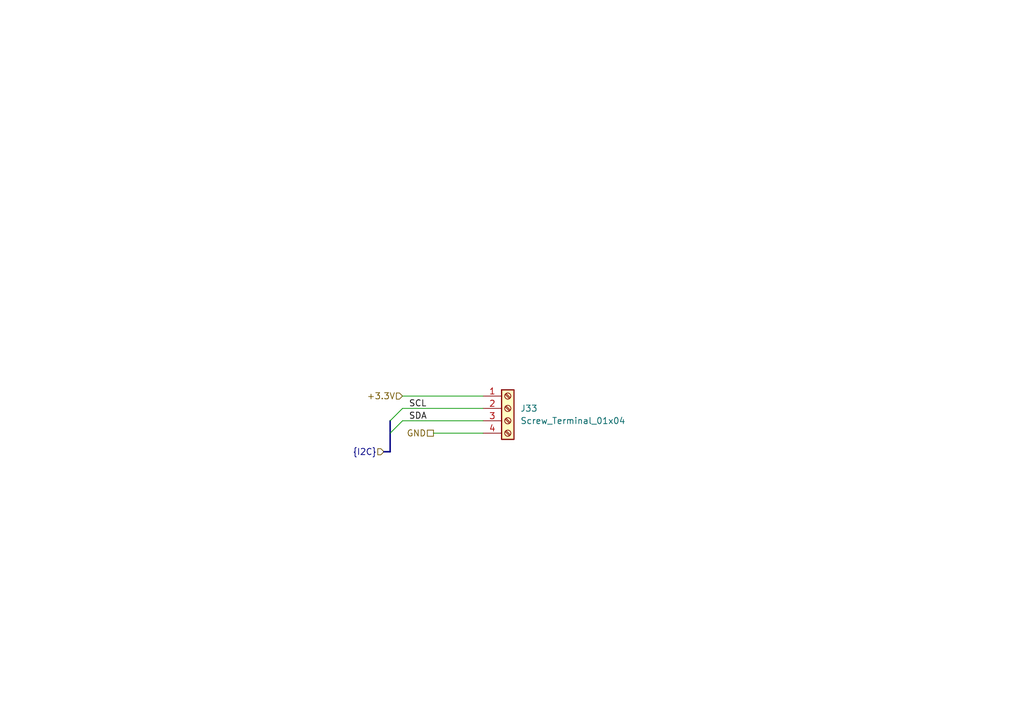
<source format=kicad_sch>
(kicad_sch (version 20231120) (generator "eeschema") (generator_version "8.0")
  (paper "A5")
  (title_block (title "Temperature and pressure device") (date "2024-11-03") (rev "1.0"))
  (lib_symbols
    (symbol "Connector:Screw_Terminal_01x04" (pin_names (offset 1.016) hide)
      (property "Reference" "J" (at 0 5.08 0))
      (property "Value" "Screw_Terminal_01x04" (at 0 -7.62 0))
      (symbol "Screw_Terminal_01x04_1_1"
        (rectangle (start -1.27 3.81) (end 1.27 -6.35) (stroke (width 0.254)) (fill (type background)))
        (circle (center 0 -5.08) (radius 0.635) (stroke (width 0.1524)))
        (circle (center 0 -2.54) (radius 0.635) (stroke (width 0.1524)))
        (polyline (pts (xy -0.5334 -4.7498) (xy 0.3302 -5.588)) (stroke (width 0.1524)))
        (polyline (pts (xy -0.5334 -2.2098) (xy 0.3302 -3.048)) (stroke (width 0.1524)))
        (polyline (pts (xy -0.5334 0.3302) (xy 0.3302 -0.508)) (stroke (width 0.1524)))
        (polyline (pts (xy -0.5334 2.8702) (xy 0.3302 2.032)) (stroke (width 0.1524)))
        (polyline (pts (xy -0.3556 -4.572) (xy 0.508 -5.4102)) (stroke (width 0.1524)))
        (polyline (pts (xy -0.3556 -2.032) (xy 0.508 -2.8702)) (stroke (width 0.1524)))
        (polyline (pts (xy -0.3556 0.508) (xy 0.508 -0.3302)) (stroke (width 0.1524)))
        (polyline (pts (xy -0.3556 3.048) (xy 0.508 2.2098)) (stroke (width 0.1524)))
        (circle (center 0 0) (radius 0.635) (stroke (width 0.1524)))
        (circle (center 0 2.54) (radius 0.635) (stroke (width 0.1524)))
        (pin passive line (at -5.08 2.54 0) (length 3.81) (name "Pin_1") (number "1"))
        (pin passive line (at -5.08 0 0) (length 3.81) (name "Pin_2") (number "2"))
        (pin passive line (at -5.08 -2.54 0) (length 3.81) (name "Pin_3") (number "3"))
        (pin passive line (at -5.08 -5.08 0) (length 3.81) (name "Pin_4") (number "4"))
      )
    )
  )
  (bus_entry (at 82.55 83.82) (size -2.54 2.54))
  (bus_entry (at 82.55 86.36) (size -2.54 2.54))
  (wire (pts (xy 82.55 83.82) (xy 99.06 83.82)))
  (wire (pts (xy 82.55 81.28) (xy 99.06 81.28)))
  (bus (pts (xy 78.74 92.71) (xy 80.01 92.71)))
  (wire (pts (xy 82.55 86.36) (xy 99.06 86.36)))
  (bus (pts (xy 80.01 88.9) (xy 80.01 86.36)))
  (bus (pts (xy 80.01 92.71) (xy 80.01 88.9)))
  (wire (pts (xy 88.9 88.9) (xy 99.06 88.9)))
  (label "SCL" (at 83.82 83.82 0))
  (label "SDA" (at 83.82 86.36 0))
  (hierarchical_label "{I2C}" (shape input) (at 78.74 92.71 180))
  (hierarchical_label "+3.3V" (shape input) (at 82.55 81.28 180))
  (hierarchical_label "GND" (shape passive) (at 88.9 88.9 180))
  (symbol (lib_id "Connector:Screw_Terminal_01x04") (at 104.14 83.82 0) (unit 1)
    (property "Reference" "J33" (at 106.68 83.8199 0) (effects (justify left)))
    (property "Value" "Screw_Terminal_01x04" (at 106.68 86.3599 0) (effects (justify left)))
    (property "Footprint" "Connector_Phoenix_MSTB:PhoenixContact_MSTBA_2,5_4-G-5,08_1x04_P5.08mm_Horizontal" (effects (hide yes)))
    (property "Description" "Generic screw terminal, single row, 01x04, script generated (kicad-library-utils/schlib/autogen/connector/)" (effects (hide yes)))
  )
)
</source>
